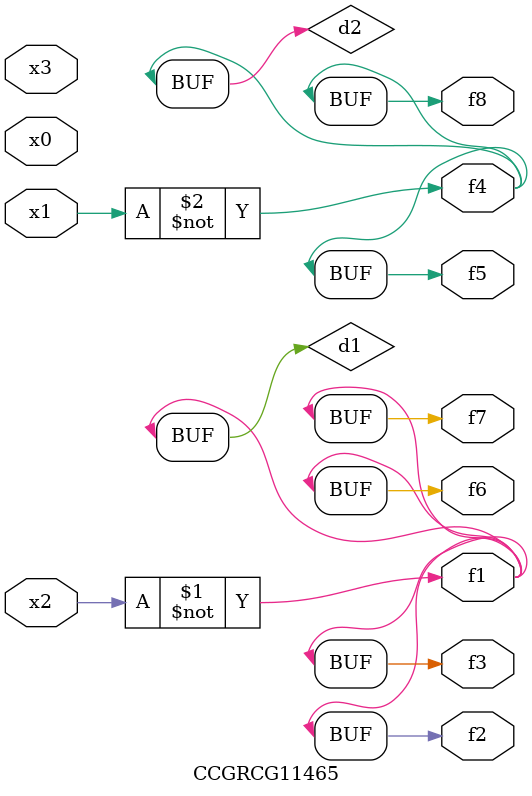
<source format=v>
module CCGRCG11465(
	input x0, x1, x2, x3,
	output f1, f2, f3, f4, f5, f6, f7, f8
);

	wire d1, d2;

	xnor (d1, x2);
	not (d2, x1);
	assign f1 = d1;
	assign f2 = d1;
	assign f3 = d1;
	assign f4 = d2;
	assign f5 = d2;
	assign f6 = d1;
	assign f7 = d1;
	assign f8 = d2;
endmodule

</source>
